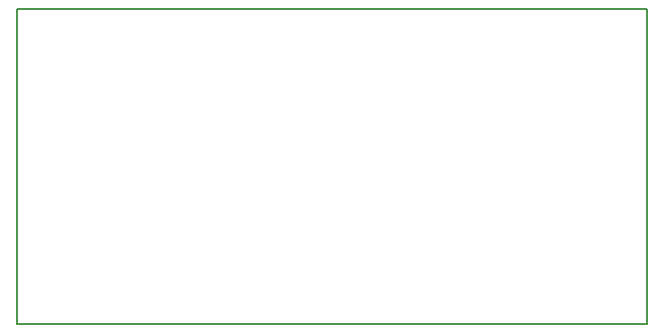
<source format=gbr>
G04 #@! TF.GenerationSoftware,KiCad,Pcbnew,(5.0.1)-3*
G04 #@! TF.CreationDate,2019-12-21T11:02:08-05:00*
G04 #@! TF.ProjectId,BMS Module,424D53204D6F64756C652E6B69636164,rev?*
G04 #@! TF.SameCoordinates,Original*
G04 #@! TF.FileFunction,Profile,NP*
%FSLAX46Y46*%
G04 Gerber Fmt 4.6, Leading zero omitted, Abs format (unit mm)*
G04 Created by KiCad (PCBNEW (5.0.1)-3) date 12/21/2019 11:02:08 AM*
%MOMM*%
%LPD*%
G01*
G04 APERTURE LIST*
%ADD10C,0.200000*%
G04 APERTURE END LIST*
D10*
X95885000Y-97155000D02*
X95885000Y-70485000D01*
X149225000Y-97155000D02*
X95885000Y-97155000D01*
X149225000Y-70485000D02*
X149225000Y-97155000D01*
X95885000Y-70485000D02*
X149225000Y-70485000D01*
M02*

</source>
